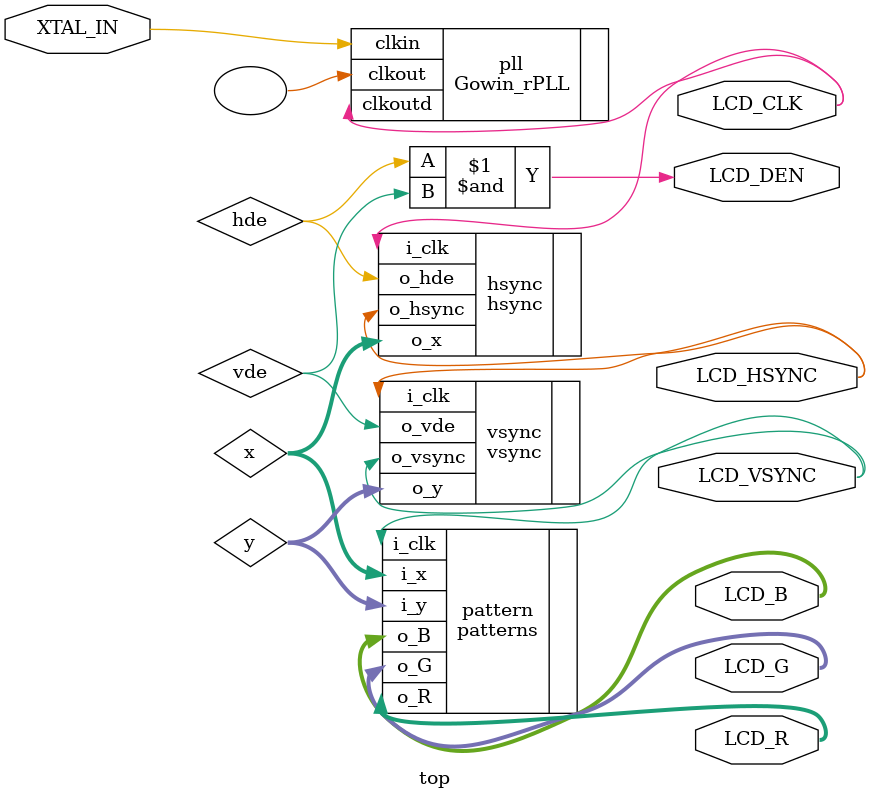
<source format=v>
module top (
    input XTAL_IN,       // 24 MHz
    output [4:0] LCD_R,
    output [5:0] LCD_G,
    output [4:0] LCD_B,
    output LCD_HSYNC,
    output LCD_VSYNC,
    output LCD_CLK,
    output LCD_DEN
);


Gowin_rPLL pll(
    .clkin     (XTAL_IN),      // input clkin 24MHz
    .clkout    (),             // output clkout
    .clkoutd   (LCD_CLK)       // divided output clock
);

wire [8:0] x;
wire [8:0] y;
wire hde;
wire vde;

hsync hsync(
    .i_clk     (LCD_CLK),    // counter clock
    .o_hsync   (LCD_HSYNC),  // horizontal sync pulse
    .o_hde     (hde),        // horizontal signal in active zone
    .o_x       (x)           // x pixel position
);

vsync vsync(
    .i_clk     (LCD_HSYNC),  // counter clock
    .o_vsync   (LCD_VSYNC),  // vertical sync pulse
    .o_vde     (vde),        // vertical signal in active zone
    .o_y       (y)           // y pixel position
);

assign LCD_DEN = hde & vde;

patterns pattern(
    .i_x       (x),
    .i_y       (y),
    .i_clk     (LCD_VSYNC),
    .o_R       (LCD_R),
    .o_G       (LCD_G),
    .o_B       (LCD_B)
);


endmodule
</source>
